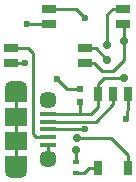
<source format=gtl>
G04 #@! TF.FileFunction,Copper,L1,Top,Signal*
%FSLAX46Y46*%
G04 Gerber Fmt 4.6, Leading zero omitted, Abs format (unit mm)*
G04 Created by KiCad (PCBNEW 4.0.6) date 04/21/17 09:42:09*
%MOMM*%
%LPD*%
G01*
G04 APERTURE LIST*
%ADD10C,0.100000*%
%ADD11R,1.300000X0.800000*%
%ADD12C,0.700000*%
%ADD13R,1.900000X1.500000*%
%ADD14C,1.450000*%
%ADD15R,1.350000X0.400000*%
%ADD16O,1.900000X1.200000*%
%ADD17R,1.900000X1.200000*%
%ADD18R,0.600000X0.400000*%
%ADD19R,0.500000X0.600000*%
%ADD20R,0.800000X1.200000*%
%ADD21C,0.600000*%
%ADD22C,0.250000*%
G04 APERTURE END LIST*
D10*
D11*
X141210000Y-99295000D03*
X141210000Y-100575000D03*
X147510000Y-100575000D03*
X147510000Y-99295000D03*
D12*
X146170000Y-102420000D03*
X146160000Y-103640000D03*
X143560000Y-111260000D03*
X147585000Y-102060000D03*
D13*
X138410000Y-110510000D03*
D14*
X141110000Y-107010000D03*
D15*
X141110000Y-108860000D03*
X141110000Y-108210000D03*
X141110000Y-110810000D03*
X141110000Y-110160000D03*
X141110000Y-109510000D03*
D14*
X141110000Y-112010000D03*
D13*
X138410000Y-108510000D03*
D16*
X138410000Y-106010000D03*
X138410000Y-113010000D03*
D17*
X138410000Y-112410000D03*
X138410000Y-106610000D03*
D11*
X138010000Y-102645000D03*
X138010000Y-103925000D03*
X144310000Y-103925000D03*
X144310000Y-102645000D03*
D12*
X143570000Y-110240000D03*
D18*
X143560000Y-113200000D03*
X143560000Y-112300000D03*
D19*
X143860000Y-107210000D03*
X143860000Y-106110000D03*
D20*
X145390000Y-106510000D03*
X145390000Y-112810000D03*
X146660000Y-106510000D03*
X147930000Y-106510000D03*
X147930000Y-112810000D03*
D12*
X147580000Y-105170000D03*
D21*
X144310000Y-100110000D03*
X144310000Y-109510000D03*
X139360000Y-100585000D03*
X141880000Y-105230000D03*
X147760000Y-108610000D03*
X139210000Y-103890000D03*
D22*
X147510000Y-99295000D02*
X146655000Y-99295000D01*
X146170000Y-99780000D02*
X146170000Y-102420000D01*
X146655000Y-99295000D02*
X146170000Y-99780000D01*
X144310000Y-102645000D02*
X145185000Y-102645000D01*
X145185000Y-102645000D02*
X146160000Y-103620000D01*
X146160000Y-103620000D02*
X146160000Y-103640000D01*
X144310000Y-100110000D02*
X143500000Y-99300000D01*
X143500000Y-99300000D02*
X141215000Y-99300000D01*
X141215000Y-99300000D02*
X141210000Y-99295000D01*
X144310000Y-109510000D02*
X141110000Y-109510000D01*
X138010000Y-102645000D02*
X139425000Y-102645000D01*
X139425000Y-102645000D02*
X139860000Y-103080000D01*
X139860000Y-103080000D02*
X139860000Y-109920000D01*
X139860000Y-109920000D02*
X140100000Y-110160000D01*
X140100000Y-110160000D02*
X141110000Y-110160000D01*
X141210000Y-100575000D02*
X139370000Y-100575000D01*
X139370000Y-100575000D02*
X139360000Y-100585000D01*
X138410000Y-113010000D02*
X138410000Y-112410000D01*
X138410000Y-112410000D02*
X138410000Y-110510000D01*
X138410000Y-110510000D02*
X138410000Y-108510000D01*
X138410000Y-108510000D02*
X138410000Y-106610000D01*
X138410000Y-106610000D02*
X138410000Y-106010000D01*
X141110000Y-112010000D02*
X141110000Y-110810000D01*
X143860000Y-106110000D02*
X142760000Y-106110000D01*
X142760000Y-106110000D02*
X141880000Y-105230000D01*
X147930000Y-106510000D02*
X147930000Y-107690000D01*
X147930000Y-107690000D02*
X147760000Y-108610000D01*
X138010000Y-103925000D02*
X139170000Y-103930000D01*
X144310000Y-103925000D02*
X145065000Y-103925000D01*
X147585000Y-103685000D02*
X147585000Y-102060000D01*
X146690000Y-104580000D02*
X147585000Y-103685000D01*
X145720000Y-104580000D02*
X146690000Y-104580000D01*
X145065000Y-103925000D02*
X145720000Y-104580000D01*
X147585000Y-102060000D02*
X147580000Y-100645000D01*
X143560000Y-111260000D02*
X143560000Y-112300000D01*
X147930000Y-112810000D02*
X147930000Y-111690000D01*
X146480000Y-110240000D02*
X143570000Y-110240000D01*
X147930000Y-111690000D02*
X146480000Y-110240000D01*
X145390000Y-106510000D02*
X145390000Y-105700000D01*
X145920000Y-105170000D02*
X147580000Y-105170000D01*
X145390000Y-105700000D02*
X145920000Y-105170000D01*
X143860000Y-107210000D02*
X143860000Y-108210000D01*
X143860000Y-108210000D02*
X143880000Y-108210000D01*
X145390000Y-106510000D02*
X145390000Y-107590000D01*
X144770000Y-108210000D02*
X143880000Y-108210000D01*
X143880000Y-108210000D02*
X141110000Y-108210000D01*
X145390000Y-107590000D02*
X144770000Y-108210000D01*
X143560000Y-113200000D02*
X144190000Y-113200000D01*
X144580000Y-112810000D02*
X145390000Y-112810000D01*
X144190000Y-113200000D02*
X144580000Y-112810000D01*
X146660000Y-106510000D02*
X146660000Y-107400000D01*
X145200000Y-108860000D02*
X141110000Y-108860000D01*
X146660000Y-107400000D02*
X145200000Y-108860000D01*
M02*

</source>
